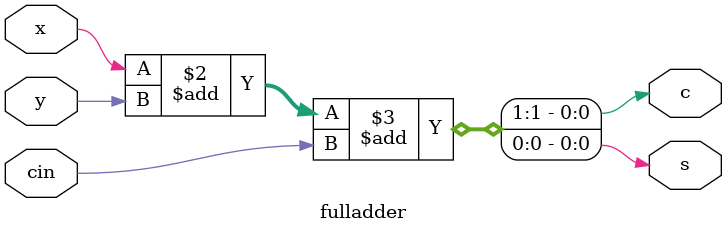
<source format=v>
`timescale 1ns/1ps

module fulladder(x, y, cin, s, c);
	input x, y, cin;
	output reg s, c;
	
	always@(x or y or cin)
		begin
		{c, s} = x+y+cin;
		end
endmodule
</source>
